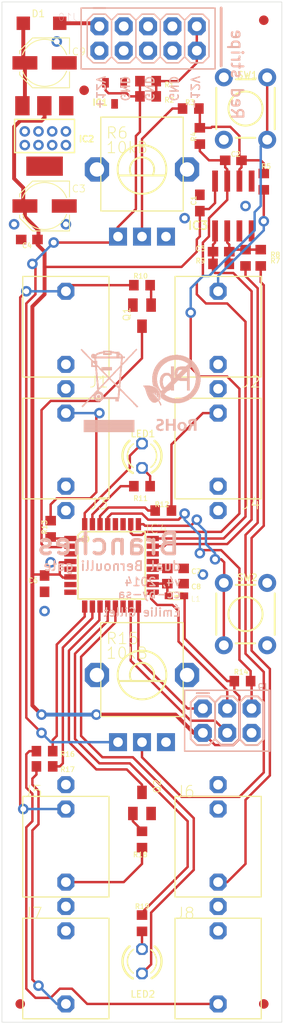
<source format=kicad_pcb>
(kicad_pcb (version 20211014) (generator pcbnew)
  (layers (0 "F.Cu" signal) (31 "B.Cu" signal) (34 "B.Paste" user) (35 "F.Paste" user) (36 "B.SilkS" user "B.Silkscreen") (37 "F.SilkS" user "F.Silkscreen") (38 "B.Mask" user) (39 "F.Mask" user) (44 "Edge.Cuts" user))
  (net 0 "")
  (net 1 "GND")
  (net 2 "VEE")
  (net 3 "N$29")
  (net 4 "RESET")
  (net 5 "N$1")
  (net 6 "GATE1_IN")
  (net 7 "N$2")
  (net 8 "GATE2_IN")
  (net 9 "+5V")
  (net 10 "N$9")
  (net 11 "N$10")
  (net 12 "N$34")
  (net 13 "N$35")
  (net 14 "N$36")
  (net 15 "AREF")
  (net 16 "MOSI")
  (net 17 "MISO")
  (net 18 "SCK")
  (net 19 "N$6")
  (net 20 "N$39")
  (net 21 "REF_-5")
  (net 22 "N$3")
  (net 23 "N$4")
  (net 24 "N$8")
  (net 25 "N$11")
  (net 26 "VCC")
  (net 27 "P1_CV")
  (net 28 "P2_CV")
  (net 29 "IN1")
  (net 30 "IN2")
  (net 31 "OUT1_A")
  (net 32 "OUT1_B")
  (net 33 "OUT2_A")
  (net 34 "OUT2_B")
  (net 35 "N$14")
  (net 36 "N$15")
  (net 37 "N$18")
  (net 38 "N$13")
  (net 39 "N$16")
  (net 40 "N$17")
  (net 41 "SW1")
  (net 42 "SW2")
  (footprint "branches_v40:WQP_PJ_301M6" (layer "F.Cu") (at 140.5736 99.12985)
    (fp_text reference "J3")
    (fp_text value "PJ301_THONKICONN6" hide)
  )
  (footprint "branches_v40:WQP_PJ_301M6" (layer "F.Cu") (at 140.5736 139.13485 180)
    (fp_text reference "J5")
    (fp_text value "PJ301_THONKICONN6" hide)
  )
  (footprint "branches_v40:R0603" (layer "F.Cu") (at 160.8936 78.49235 90)
    (fp_text reference "R8")
    (fp_text value "100k" hide)
  )
  (footprint "branches_v40:R0603" (layer "F.Cu") (at 138.3511 131.51485 180)
    (fp_text reference "R17")
    (fp_text value "1.0k")
  )
  (footprint "branches_v40:R0603" (layer "F.Cu") (at 159.3061 78.49235 90)
    (fp_text reference "R7")
    (fp_text value "100k")
  )
  (footprint "branches_v40:SOT23-BEC" (layer "F.Cu") (at 148.5111 135.32485)
    (fp_text reference "Q2")
    (fp_text value "MMBT3904")
  )
  (footprint "branches_v40:LED3MM" (layer "F.Cu") (at 148.5111 99.12985 90)
    (fp_text reference "LED1")
    (fp_text value "WP937EGW")
  )
  (footprint "branches_v40:R0603" (layer "F.Cu") (at 138.9861 106.74985 90)
    (fp_text reference "R13")
    (fp_text value "1.0k")
  )
  (footprint "branches_v40:R0603" (layer "F.Cu") (at 156.7661 79.12735 180)
    (fp_text reference "R9")
    (fp_text value "100k")
  )
  (footprint "branches_v40:PANASONIC_C" (layer "F.Cu") (at 138.3511 73.09485 180)
    (fp_text reference "C3")
    (fp_text value "22u")
  )
  (footprint "branches_v40:R0603" (layer "F.Cu") (at 148.5111 147.86605 90)
    (fp_text reference "R19")
    (fp_text value "220")
  )
  (footprint "branches_v40:DBZ_R-PDSO-G3" (layer "F.Cu") (at 145.6536 61.34735 180)
    (fp_text reference "IC1")
    (fp_text value "LM4040 5.0V")
  )
  (footprint "branches_v40:TACTILE-PTH" (layer "F.Cu") (at 159.3061 62.93485 90)
    (fp_text reference "SW1")
    (fp_text value "" hide)
  )
  (footprint "branches_v40:WQP_PJ_301M6" (layer "F.Cu") (at 140.5736 151.83485 180)
    (fp_text reference "J7")
    (fp_text value "PJ301_THONKICONN6" hide)
  )
  (footprint "branches_v40:WQP_PJ_301M6" (layer "F.Cu") (at 156.4486 151.83485 180)
    (fp_text reference "J8")
    (fp_text value "PJ301_THONKICONN6" hide)
  )
  (footprint "branches_v40:FIDUCIAL-1X2" (layer "F.Cu") (at 161.2111 156.27985 90)
    (fp_text reference "F4" hide)
    (fp_text value "FIDUCIAL1X2" hide)
  )
  (footprint "branches_v40:C0603" (layer "F.Cu") (at 136.7636 76.58735 180)
    (fp_text reference "C4")
    (fp_text value "100n")
  )
  (footprint "branches_v40:PANASONIC_C" (layer "F.Cu") (at 138.3511 58.17235 180)
    (fp_text reference "C9")
    (fp_text value "22u")
  )
  (footprint "branches_v40:ALPS_POT_VERTICAL_PS" (layer "F.Cu") (at 148.5111 121.98985 180)
    (fp_text reference "R15")
    (fp_text value "10kB")
  )
  (footprint "branches_v40:R0603" (layer "F.Cu") (at 148.5111 139.13485 -90)
    (fp_text reference "R18")
    (fp_text value "100k")
  )
  (footprint "branches_v40:0603" (layer "F.Cu") (at 152.0036 113.73485 180)
    (fp_text reference "L1")
    (fp_text value "")
  )
  (footprint "branches_v40:FIDUCIAL-1X2" (layer "F.Cu") (at 135.8111 156.27985 90)
    (fp_text reference "F3" hide)
    (fp_text value "FIDUCIAL1X2" hide)
  )
  (footprint "branches_v40:WQP_PJ_301M6" (layer "F.Cu") (at 156.4486 86.42985)
    (fp_text reference "J2")
    (fp_text value "PJ301_THONKICONN6" hide)
  )
  (footprint "branches_v40:R0603" (layer "F.Cu") (at 148.5111 81.34985 180)
    (fp_text reference "R10")
    (fp_text value "100k")
  )
  (footprint "branches_v40:C0603" (layer "F.Cu") (at 152.0036 112.46485)
    (fp_text reference "C8")
    (fp_text value "100n")
  )
  (footprint "branches_v40:SOT223" (layer "F.Cu") (at 138.3511 65.79235 180)
    (fp_text reference "IC2")
    (fp_text value "LM1117-5.0")
  )
  (footprint "branches_v40:TACTILE-PTH" (layer "F.Cu") (at 159.3061 115.63985 -90)
    (fp_text reference "SW2")
    (fp_text value "" hide)
  )
  (footprint "branches_v40:SO08" (layer "F.Cu") (at 158.0361 73.09485)
    (fp_text reference "IC3")
    (fp_text value "MCP6002")
  )
  (footprint "branches_v40:FIDUCIAL-1X2" (layer "F.Cu") (at 142.4786 61.02985 90)
    (fp_text reference "F2" hide)
    (fp_text value "FIDUCIAL1X2" hide)
  )
  (footprint "branches_v40:C0603" (layer "F.Cu") (at 158.0361 68.33235 180)
    (fp_text reference "C2")
    (fp_text value "1n")
  )
  (footprint "branches_v40:C0603" (layer "F.Cu") (at 138.3511 112.46485 -90)
    (fp_text reference "C6")
    (fp_text value "100n")
  )
  (footprint "branches_v40:R0603" (layer "F.Cu") (at 149.1461 61.66485 180)
    (fp_text reference "R2")
    (fp_text value "10k")
  )
  (footprint "branches_v40:R0603" (layer "F.Cu") (at 149.1461 60.07735 180)
    (fp_text reference "R1")
    (fp_text value "10k")
  )
  (footprint "branches_v40:WQP_PJ_301M6" (layer "F.Cu") (at 140.5736 86.42985)
    (fp_text reference "J1")
    (fp_text value "PJ301_THONKICONN6" hide)
  )
  (footprint "branches_v40:WQP_PJ_301M6" (layer "F.Cu") (at 156.4486 99.12985)
    (fp_text reference "J4")
    (fp_text value "PJ301_THONKICONN6" hide)
  )
  (footprint "branches_v40:TQFP32-08" (layer "F.Cu") (at 145.3361 110.55985)
    (fp_text reference "IC4")
    (fp_text value "ATMEGA88PA-AU")
  )
  (footprint "branches_v40:ALPS_POT_VERTICAL_PS" (layer "F.Cu") (at 148.5111 69.28485 180)
    (fp_text reference "R6")
    (fp_text value "10kB")
  )
  (footprint "branches_v40:SOT23-BEC" (layer "F.Cu") (at 148.5111 84.52485 180)
    (fp_text reference "Q1")
    (fp_text value "MMBT3904")
  )
  (footprint "branches_v40:C0603" (layer "F.Cu") (at 152.0036 110.87735)
    (fp_text reference "C7")
    (fp_text value "100n")
  )
  (footprint "branches_v40:R0603" (layer "F.Cu") (at 148.5111 102.30485)
    (fp_text reference "R11")
    (fp_text value "220")
  )
  (footprint "branches_v40:R0603" (layer "F.Cu") (at 153.5911 62.93485)
    (fp_text reference "R3")
    (fp_text value "100k")
  )
  (footprint "branches_v40:LED3MM" (layer "F.Cu") (at 148.5111 151.83485 90)
    (fp_text reference "LED2")
    (fp_text value "WP937EGW")
  )
  (footprint "branches_v40:C0603" (layer "F.Cu") (at 156.7661 77.85735 180)
    (fp_text reference "C5")
    (fp_text value "1n")
  )
  (footprint "branches_v40:R0603" (layer "F.Cu") (at 138.3511 129.92735 180)
    (fp_text reference "R16")
    (fp_text value "1.0k")
  )
  (footprint "branches_v40:R0603" (layer "F.Cu") (at 150.7336 104.84485)
    (fp_text reference "R12")
    (fp_text value "1.0k")
  )
  (footprint "branches_v40:SOD123" (layer "F.Cu") (at 138.0336 54.04485)
    (fp_text reference "D1")
    (fp_text value "1N5819HW")
  )
  (footprint "branches_v40:C0603" (layer "F.Cu") (at 154.5436 72.77735 90)
    (fp_text reference "C1")
    (fp_text value "100n")
  )
  (footprint "branches_v40:R0603" (layer "F.Cu") (at 161.2111 70.55485 90)
    (fp_text reference "R5")
    (fp_text value "100k")
  )
  (footprint "branches_v40:WQP_PJ_301M6" (layer "F.Cu") (at 156.4486 139.13485 180)
    (fp_text reference "J6")
    (fp_text value "PJ301_THONKICONN6" hide)
  )
  (footprint "branches_v40:FIDUCIAL-1X2" (layer "F.Cu") (at 161.2111 53.72735 90)
    (fp_text reference "F1" hide)
    (fp_text value "FIDUCIAL1X2" hide)
  )
  (footprint "branches_v40:R0603" (layer "F.Cu") (at 154.5436 65.79235 -90)
    (fp_text reference "R4")
    (fp_text value "100k")
  )
  (footprint "branches_v40:R0603" (layer "F.Cu") (at 158.9886 122.62485 180)
    (fp_text reference "R14")
    (fp_text value "10k")
  )
  (footprint "branches_v40:ROHS" (layer "B.Cu") (at 155.4961 97.22485 180)
    (fp_text reference "U$1" hide)
    (fp_text value "" hide)
  )
  (footprint "branches_v40:AVR_ICSP" (layer "B.Cu") (at 149.1461 55.63235 -90)
    (fp_text reference "J10")
    (fp_text value "M05X2PTH" hide)
  )
  (footprint "branches_v40:2X3" (layer "B.Cu") (at 154.8611 125.48235)
    (fp_text reference "J9")
    (fp_text value "")
  )
  (gr_line (start 156.766 58.48985) (end 156.7662 52.45735) (layer "B.SilkS") (width 0.3048))
  (gr_line (start 142.1611 58.80735) (end 156.1311 58.80735) (layer "B.SilkS") (width 0.1524))
  (gr_line (start 152.9561 129.92735) (end 161.8461 129.92735) (layer "B.SilkS") (width 0.1524))
  (gr_line (start 142.1611 52.45735) (end 142.1611 58.80735) (layer "B.SilkS") (width 0.1524))
  (gr_line (start 161.8461 129.92735) (end 161.8461 123.57735) (layer "B.SilkS") (width 0.1524))
  (gr_line (start 161.8461 123.57735) (end 152.9561 123.57735) (layer "B.SilkS") (width 0.1524))
  (gr_line (start 156.1311 52.45735) (end 142.1611 52.45735) (layer "B.SilkS") (width 0.1524))
  (gr_line (start 156.1311 58.80735) (end 156.1311 52.45735) (layer "B.SilkS") (width 0.1524))
  (gr_line (start 152.9561 123.57735) (end 152.9561 129.92735) (layer "B.SilkS") (width 0.1524))
  (gr_line (start 163.0961 51.82235) (end 133.9061 51.82235) (layer "Edge.Cuts") (width 0.05))
  (gr_line (start 133.9061 51.82235) (end 133.9061 158.18485) (layer "Edge.Cuts") (width 0.05))
  (gr_line (start 133.9061 158.18485) (end 163.0961 158.18485) (layer "Edge.Cuts") (width 0.05))
  (gr_line (start 163.0961 158.18485) (end 163.0961 51.82235) (layer "Edge.Cuts") (width 0.05))
  (gr_text "dual Bernoulli gate" (at 152.6386 111.19485) (layer "B.SilkS") (effects (font (size 0.97155 0.97155) (thickness 0.17145)) (justify left bottom mirror)))
  (gr_text "-12V" (at 154.5436 59.44245 -90) (layer "B.SilkS") (effects (font (size 0.8636 0.8636) (thickness 0.1524)) (justify right top mirror)))
  (gr_text "GND" (at 152.3211 59.44245 -90) (layer "B.SilkS") (effects (font (size 0.8636 0.8636) (thickness 0.1524)) (justify right top mirror)))
  (gr_text "GND" (at 149.7811 59.44245 -90) (layer "B.SilkS") (effects (font (size 0.8636 0.8636) (thickness 0.1524)) (justify right top mirror)))
  (gr_text "cc-by-sa" (at 152.6386 114.05235) (layer "B.SilkS") (effects (font (size 0.8636 0.8636) (thickness 0.1524)) (justify left bottom mirror)))
  (gr_text "Émilie Gillet" (at 152.6386 115.95735) (layer "B.SilkS") (effects (font (size 0.8636 0.8636) (thickness 0.1524)) (justify left bottom mirror)))
  (gr_text "Branches" (at 152.6386 109.60735) (layer "B.SilkS") (effects (font (size 2.159 2.159) (thickness 0.381)) (justify left bottom mirror)))
  (gr_text "v4, 2014" (at 152.6386 112.78235) (layer "B.SilkS") (effects (font (size 0.8636 0.8636) (thickness 0.1524)) (justify left bottom mirror)))
  (gr_text "+12V" (at 144.7011 59.44245 -90) (layer "B.SilkS") (effects (font (size 0.8636 0.8636) (thickness 0.1524)) (justify right top mirror)))
  (gr_text "GND" (at 147.2411 59.44245 -90) (layer "B.SilkS") (effects (font (size 0.8636 0.8636) (thickness 0.1524)) (justify right top mirror)))
  (gr_text "Red stripe" (at 157.7186 64.20475 -90) (layer "B.SilkS") (effects (font (size 1.20904 1.20904) (thickness 0.21336)) (justify left bottom mirror)))
  (via (at 138.9861 110.24235) (size 1.108) (drill 0.6) (layers "F.Cu" "B.Cu") (net 1))
  (via (at 137.716 65.31605) (size 1.108) (drill 0.6) (layers "F.Cu" "B.Cu") (net 1))
  (via (at 138.3511 115.32235) (size 1.108) (drill 0.6) (layers "F.Cu" "B.Cu") (net 1))
  (via (at 139.1449 66.74485) (size 1.108) (drill 0.6) (layers "F.Cu" "B.Cu") (net 1))
  (via (at 137.716 66.74485) (size 1.108) (drill 0.6) (layers "F.Cu" "B.Cu") (net 1))
  (via (at 139.6211 55.94985) (size 1.108) (drill 0.6) (layers "F.Cu" "B.Cu") (net 1))
  (via (at 140.5736 66.74485) (size 1.108) (drill 0.6) (layers "F.Cu" "B.Cu") (net 1))
  (via (at 140.5736 65.31615) (size 1.108) (drill 0.6) (layers "F.Cu" "B.Cu") (net 1))
  (via (at 140.5736 74.99985) (size 1.108) (drill 0.6) (layers "F.Cu" "B.Cu") (net 1))
  (via (at 139.1449 65.31605) (size 1.108) (drill 0.6) (layers "F.Cu" "B.Cu") (net 1))
  (via (at 136.2873 65.31615) (size 1.108) (drill 0.6) (layers "F.Cu" "B.Cu") (net 1))
  (via (at 152.9561 74.36485) (size 1.108) (drill 0.6) (layers "F.Cu" "B.Cu") (net 1))
  (via (at 136.2874 66.74485) (size 1.108) (drill 0.6) (layers "F.Cu" "B.Cu") (net 1))
  (via (at 154.8611 111.51235) (size 1.108) (drill 0.6) (layers "F.Cu" "B.Cu") (net 1))
  (via (at 159.3061 73.09485) (size 1.108) (drill 0.6) (layers "F.Cu" "B.Cu") (net 1))
  (via (at 135.1761 74.99985) (size 1.108) (drill 0.6) (layers "F.Cu" "B.Cu") (net 1))
  (segment (start 152.3211 60.07735) (end 154.2261 58.17235) (width 0.254) (layer "F.Cu") (net 2))
  (segment (start 149.9961 60.07735) (end 149.9961 61.66485) (width 0.254) (layer "F.Cu") (net 2))
  (segment (start 154.2261 56.90235) (end 154.2261 54.36235) (width 0.254) (layer "F.Cu") (net 2))
  (segment (start 154.2261 58.17235) (end 154.2261 56.90235) (width 0.254) (layer "F.Cu") (net 2))
  (segment (start 149.9961 60.07735) (end 152.3211 60.07735) (width 0.254) (layer "F.Cu") (net 2))
  (segment (start 154.5436 63.03735) (end 154.4411 62.93485) (width 0.254) (layer "F.Cu") (net 3))
  (segment (start 161.2111 68.64985) (end 161.2111 69.70485) (width 0.254) (layer "F.Cu") (net 3))
  (segment (start 155.7111 64.94235) (end 154.5436 64.94235) (width 0.254) (layer "F.Cu") (net 3))
  (segment (start 158.8861 68.33235) (end 158.6711 68.11735) (width 0.254) (layer "F.Cu") (net 3))
  (segment (start 158.6711 69.28485) (end 158.8861 69.06985) (width 0.254) (layer "F.Cu") (net 3))
  (segment (start 158.6711 70.49485) (end 158.6711 69.28485) (width 0.254) (layer "F.Cu") (net 3))
  (segment (start 158.8861 68.33235) (end 160.8936 68.33235) (width 0.254) (layer "F.Cu") (net 3))
  (segment (start 158.8861 69.06985) (end 158.8861 68.33235) (width 0.254) (layer "F.Cu") (net 3))
  (segment (start 160.8936 68.33235) (end 161.2111 68.64985) (width 0.254) (layer "F.Cu") (net 3))
  (segment (start 157.7186 64.83985) (end 155.8136 64.83985) (width 0.254) (layer "F.Cu") (net 3))
  (segment (start 158.6711 68.11735) (end 158.6711 65.79235) (width 0.254) (layer "F.Cu") (net 3))
  (segment (start 158.6711 65.79235) (end 157.7186 64.83985) (width 0.254) (layer "F.Cu") (net 3))
  (segment (start 154.5436 64.94235) (end 154.5436 63.03735) (width 0.254) (layer "F.Cu") (net 3))
  (segment (start 155.8136 64.83985) (end 155.7111 64.94235) (width 0.254) (layer "F.Cu") (net 3))
  (segment (start 152.3211 105.79735) (end 149.1461 105.79735) (width 0.254) (layer "F.Cu") (net 4))
  (segment (start 159.9411 122.72735) (end 159.8386 122.62485) (width 0.254) (layer "F.Cu") (net 4))
  (segment (start 158.6711 110.87735) (end 156.7661 108.97235) (width 0.254) (layer "F.Cu") (net 4))
  (segment (start 144.9361 105.56235) (end 144.9361 106.26725) (width 0.254) (layer "F.Cu") (net 4))
  (segment (start 154.8611 108.97235) (end 154.5436 109.28985) (width 0.254) (layer "F.Cu") (net 4))
  (segment (start 158.6711 120.40235) (end 158.6711 110.87735) (width 0.254) (layer "F.Cu") (net 4))
  (segment (start 148.5111 105.16235) (end 145.3361 105.16235) (width 0.254) (layer "F.Cu") (net 4))
  (segment (start 159.9411 125.48235) (end 159.9411 122.72735) (width 0.254) (layer "F.Cu") (net 4))
  (segment (start 156.7661 108.97235) (end 154.8611 108.97235) (width 0.254) (layer "F.Cu") (net 4))
  (segment (start 159.8386 121.56985) (end 158.6711 120.40235) (width 0.254) (layer "F.Cu") (net 4))
  (segment (start 159.8386 122.62485) (end 159.8386 121.56985) (width 0.254) (layer "F.Cu") (net 4))
  (segment (start 152.9561 105.16235) (end 152.3211 105.79735) (width 0.254) (layer "F.Cu") (net 4))
  (segment (start 149.1461 105.79735) (end 148.5111 105.16235) (width 0.254) (layer "F.Cu") (net 4))
  (segment (start 145.3361 105.16235) (end 144.9361 105.56235) (width 0.254) (layer "F.Cu") (net 4))
  (via (at 154.5436 109.28985) (size 1.108) (drill 0.6) (layers "F.Cu" "B.Cu") (net 4))
  (via (at 152.9561 105.16235) (size 1.108) (drill 0.6) (layers "F.Cu" "B.Cu") (net 4))
  (segment (start 154.5436 107.38485) (end 152.9561 105.79735) (width 0.254) (layer "B.Cu") (net 4))
  (segment (start 154.5436 109.28985) (end 154.5436 107.38485) (width 0.254) (layer "B.Cu") (net 4))
  (segment (start 152.9561 105.79735) (end 152.9561 105.16235) (width 0.254) (layer "B.Cu") (net 4))
  (segment (start 149.4611 81.44985) (end 149.3611 81.34985) (width 0.254) (layer "F.Cu") (net 5))
  (segment (start 149.4611 83.42485) (end 149.4611 81.44985) (width 0.254) (layer "F.Cu") (net 5))
  (segment (start 135.8111 135.64235) (end 135.8111 82.61985) (width 0.254) (layer "F.Cu") (net 6))
  (segment (start 135.8111 82.61985) (end 136.4461 81.98485) (width 0.254) (layer "F.Cu") (net 6))
  (segment (start 136.1286 135.95985) (end 135.8111 135.64235) (width 0.254) (layer "F.Cu") (net 6))
  (segment (start 140.5736 81.98485) (end 141.2086 81.34985) (width 0.254) (layer "F.Cu") (net 6))
  (segment (start 141.2086 81.34985) (end 147.6611 81.34985) (width 0.254) (layer "F.Cu") (net 6))
  (via (at 136.4461 81.98485) (size 1.108) (drill 0.6) (layers "F.Cu" "B.Cu") (net 6))
  (via (at 136.1286 135.95985) (size 1.108) (drill 0.6) (layers "F.Cu" "B.Cu") (net 6))
  (segment (start 136.4461 81.98485) (end 140.5736 81.98485) (width 0.254) (layer "B.Cu") (net 6))
  (segment (start 136.1286 135.95985) (end 140.5736 135.95985) (width 0.254) (layer "B.Cu") (net 6))
  (segment (start 148.5111 138.18235) (end 147.5586 137.22985) (width 0.254) (layer "F.Cu") (net 7))
  (segment (start 147.5586 137.22985) (end 147.5586 136.42735) (width 0.254) (layer "F.Cu") (net 7))
  (segment (start 147.5586 136.42735) (end 147.5611 136.42485) (width 0.254) (layer "F.Cu") (net 7))
  (segment (start 148.5111 138.28485) (end 148.5111 138.18235) (width 0.254) (layer "F.Cu") (net 7))
  (segment (start 148.5111 139.98485) (end 148.4086 139.98485) (width 0.254) (layer "F.Cu") (net 8))
  (segment (start 148.5111 141.67485) (end 148.5111 139.98485) (width 0.254) (layer "F.Cu") (net 8))
  (segment (start 140.5736 143.57985) (end 146.6061 143.57985) (width 0.254) (layer "F.Cu") (net 8))
  (segment (start 146.6061 143.57985) (end 148.5111 141.67485) (width 0.254) (layer "F.Cu") (net 8))
  (segment (start 156.1311 129.29235) (end 158.0361 129.29235) (width 0.254) (layer "F.Cu") (net 9))
  (segment (start 138.0336 126.11735) (end 137.0811 125.16485) (width 0.4064) (layer "F.Cu") (net 9))
  (segment (start 137.0811 125.16485) (end 137.0811 111.51235) (width 0.4064) (layer "F.Cu") (net 9))
  (segment (start 143.7486 126.11735) (end 152.0036 126.11735) (width 0.4064) (layer "F.Cu") (net 9))
  (segment (start 157.4011 122.62485) (end 152.9561 118.17985) (width 0.254) (layer "F.Cu") (net 9))
  (segment (start 137.0811 111.51235) (end 138.4536 111.51235) (width 0.254) (layer "F.Cu") (net 9))
  (segment (start 152.9561 113.78735) (end 152.9036 113.73485) (width 0.254) (layer "F.Cu") (net 9))
  (segment (start 138.0336 64.20485) (end 138.3511 63.88735) (width 0.4064) (layer "F.Cu") (net 9))
  (segment (start 158.0361 129.29235) (end 158.6711 128.65735) (width 0.254) (layer "F.Cu") (net 9))
  (segment (start 140.2561 111.82985) (end 140.9735 111.82985) (width 0.254) (layer "F.Cu") (net 9))
  (segment (start 153.9086 128.02235) (end 154.8611 128.02235) (width 0.4064) (layer "F.Cu") (net 9))
  (segment (start 138.3511 62.66815) (end 138.3257 62.64275) (width 0.4064) (layer "F.Cu") (net 9))
  (segment (start 138.4536 111.51235) (end 138.3511 111.61485) (width 0.254) (layer "F.Cu") (net 9))
  (segment (start 138.3511 63.88735) (end 138.3511 62.66815) (width 0.4064) (layer "F.Cu") (net 9))
  (segment (start 152.9561 118.17985) (end 152.9561 113.78735) (width 0.254) (layer "F.Cu") (net 9))
  (segment (start 155.4961 73.41235) (end 156.1311 72.77735) (width 0.254) (layer "F.Cu") (net 9))
  (segment (start 139.9386 110.24235) (end 140.961 110.24235) (width 0.254) (layer "F.Cu") (net 9))
  (segment (start 154.5436 73.62735) (end 154.7586 73.41235) (width 0.254) (layer "F.Cu") (net 9))
  (segment (start 138.4536 111.51235) (end 139.9386 111.51235) (width 0.254) (layer "F.Cu") (net 9))
  (segment (start 154.2261 77.85735) (end 154.2261 76.58735) (width 0.254) (layer "F.Cu") (net 9))
  (segment (start 137.0811 111.51235) (end 137.0811 83.57235) (width 0.4064) (layer "F.Cu") (net 9))
  (segment (start 152.6386 79.44485) (end 154.2261 77.85735) (width 0.254) (layer "F.Cu") (net 9))
  (segment (start 136.3011 74.21985) (end 136.3011 73.09485) (width 0.4064) (layer "F.Cu") (net 9))
  (segment (start 138.3511 82.30235) (end 138.3511 79.44485) (width 0.4064) (layer "F.Cu") (net 9))
  (segment (start 136.1286 71.18985) (end 135.1761 70.23735) (width 0.4064) (layer "F.Cu") (net 9))
  (segment (start 138.3511 77.85735) (end 137.6136 77.11985) (width 0.4064) (layer "F.Cu") (net 9))
  (segment (start 140.961 110.24235) (end 141.0435 110.15985) (width 0.254) (layer "F.Cu") (net 9))
  (segment (start 158.1386 122.62485) (end 157.4011 122.62485) (width 0.254) (layer "F.Cu") (net 9))
  (segment (start 136.3011 73.09485) (end 136.1286 72.92235) (width 0.4064) (layer "F.Cu") (net 9))
  (segment (start 136.3011 73.09485) (end 136.2311 73.16485) (width 0.4064) (layer "F.Cu") (net 9))
  (segment (start 137.7161 76.48485) (end 137.7161 75.63485) (width 0.4064) (layer "F.Cu") (net 9))
  (segment (start 138.3511 79.44485) (end 138.3511 77.85735) (width 0.4064) (layer "F.Cu") (net 9))
  (segment (start 137.6136 77.11985) (end 137.6136 76.58735) (width 0.4064) (layer "F.Cu") (net 9))
  (segment (start 154.8611 128.02235) (end 156.1311 129.29235) (width 0.254) (layer "F.Cu") (net 9))
  (segment (start 156.1311 72.77735) (end 156.1311 70.49485) (width 0.254) (layer "F.Cu") (net 9))
  (segment (start 154.7586 73.41235) (end 155.4961 73.41235) (width 0.254) (layer "F.Cu") (net 9))
  (segment (start 139.9386 111.51235) (end 140.2561 111.82985) (width 0.254) (layer "F.Cu") (net 9))
  (segment (start 137.7161 75.63485) (end 136.3011 74.21985) (width 0.4064) (layer "F.Cu") (net 9))
  (segment (start 152.0036 126.11735) (end 153.9086 128.02235) (width 0.4064) (layer "F.Cu") (net 9))
  (segment (start 158.6711 128.65735) (end 158.6711 124.21235) (width 0.254) (layer "F.Cu") (net 9))
  (segment (start 136.1286 72.92235) (end 136.1286 71.18985) (width 0.4064) (layer "F.Cu") (net 9))
  (segment (start 140.9735 111.82985) (end 141.0435 111.75985) (width 0.254) (layer "F.Cu") (net 9))
  (segment (start 154.2261 76.58735) (end 154.5436 76.26985) (width 0.254) (layer "F.Cu") (net 9))
  (segment (start 158.6711 124.21235) (end 158.1386 123.67985) (width 0.254) (layer "F.Cu") (net 9))
  (segment (start 154.5436 76.26985) (end 154.5436 73.62735) (width 0.254) (layer "F.Cu") (net 9))
  (segment (start 135.1761 70.23735) (end 135.1761 64.83985) (width 0.4064) (layer "F.Cu") (net 9))
  (segment (start 138.3511 79.44485) (end 152.6386 79.44485) (width 0.254) (layer "F.Cu") (net 9))
  (segment (start 135.8111 64.20485) (end 138.0336 64.20485) (width 0.4064) (layer "F.Cu") (net 9))
  (segment (start 137.6136 76.58735) (end 137.7161 76.48485) (width 0.4064) (layer "F.Cu") (net 9))
  (segment (start 139.9386 111.51235) (end 139.9386 110.24235) (width 0.254) (layer "F.Cu") (net 9))
  (segment (start 137.0811 83.57235) (end 138.3511 82.30235) (width 0.4064) (layer "F.Cu") (net 9))
  (segment (start 158.1386 123.67985) (end 158.1386 122.62485) (width 0.254) (layer "F.Cu") (net 9))
  (segment (start 135.1761 64.83985) (end 135.8111 64.20485) (width 0.4064) (layer "F.Cu") (net 9))
  (via (at 143.7486 126.11735) (size 1.108) (drill 0.6) (layers "F.Cu" "B.Cu") (net 9))
  (via (at 138.0336 126.11735) (size 1.108) (drill 0.6) (layers "F.Cu" "B.Cu") (net 9))
  (segment (start 138.0336 126.11735) (end 143.7486 126.11735) (width 0.4064) (layer "B.Cu") (net 9))
  (segment (start 151.6861 62.93485) (end 152.7411 62.93485) (width 0.254) (layer "F.Cu") (net 10))
  (segment (start 148.5111 66.10985) (end 151.6861 62.93485) (width 0.254) (layer "F.Cu") (net 10))
  (segment (start 148.5111 76.28485) (end 148.5111 66.10985) (width 0.254) (layer "F.Cu") (net 10))
  (segment (start 161.2111 74.68235) (end 161.2111 71.40485) (width 0.254) (layer "F.Cu") (net 11))
  (via (at 161.2111 74.68235) (size 1.108) (drill 0.6) (layers "F.Cu" "B.Cu") (net 11))
  (segment (start 156.4486 81.98485) (end 156.4486 80.39735) (width 0.254) (layer "B.Cu") (net 11))
  (segment (start 161.2111 75.63485) (end 161.2111 74.68235) (width 0.254) (layer "B.Cu") (net 11))
  (segment (start 156.4486 80.39735) (end 161.2111 75.63485) (width 0.254) (layer "B.Cu") (net 11))
  (segment (start 143.7486 95.00235) (end 144.0661 94.68485) (width 0.254) (layer "F.Cu") (net 12))
  (segment (start 143.7486 102.93985) (end 143.7486 95.00235) (width 0.254) (layer "F.Cu") (net 12))
  (segment (start 138.9861 105.89985) (end 138.9861 104.20985) (width 0.254) (layer "F.Cu") (net 12))
  (segment (start 139.6211 103.57485) (end 143.1136 103.57485) (width 0.254) (layer "F.Cu") (net 12))
  (segment (start 138.9861 104.20985) (end 139.6211 103.57485) (width 0.254) (layer "F.Cu") (net 12))
  (segment (start 143.1136 103.57485) (end 143.7486 102.93985) (width 0.254) (layer "F.Cu") (net 12))
  (via (at 144.0661 94.68485) (size 1.108) (drill 0.6) (layers "F.Cu" "B.Cu") (net 12))
  (segment (start 144.0661 94.68485) (end 140.5736 94.68485) (width 0.254) (layer "B.Cu") (net 12))
  (segment (start 154.8611 94.68485) (end 156.4486 94.68485) (width 0.254) (layer "F.Cu") (net 13))
  (segment (start 151.5836 104.84485) (end 151.5836 97.96235) (width 0.254) (layer "F.Cu") (net 13))
  (segment (start 151.5836 97.96235) (end 154.8611 94.68485) (width 0.254) (layer "F.Cu") (net 13))
  (segment (start 137.5011 132.36485) (end 137.5011 131.51485) (width 0.254) (layer "F.Cu") (net 14))
  (segment (start 137.0811 133.41985) (end 137.0811 132.78485) (width 0.254) (layer "F.Cu") (net 14))
  (segment (start 137.7161 137.54735) (end 137.7161 134.05485) (width 0.254) (layer "F.Cu") (net 14))
  (segment (start 137.0811 153.73985) (end 137.0811 138.81735) (width 0.254) (layer "F.Cu") (net 14))
  (segment (start 137.0811 138.18235) (end 137.7161 137.54735) (width 0.254) (layer "F.Cu") (net 14))
  (segment (start 137.0811 138.81735) (end 137.0811 138.18235) (width 0.254) (layer "F.Cu") (net 14))
  (segment (start 137.7161 134.05485) (end 137.0811 133.41985) (width 0.254) (layer "F.Cu") (net 14))
  (segment (start 137.7161 154.37485) (end 137.0811 153.73985) (width 0.254) (layer "F.Cu") (net 14))
  (segment (start 137.5011 131.51485) (end 137.7161 131.72985) (width 0.254) (layer "F.Cu") (net 14))
  (segment (start 137.0811 132.78485) (end 137.5011 132.36485) (width 0.254) (layer "F.Cu") (net 14))
  (via (at 137.7161 154.37485) (size 1.108) (drill 0.6) (layers "F.Cu" "B.Cu") (net 14))
  (segment (start 140.5736 156.27985) (end 139.6211 156.27985) (width 0.254) (layer "B.Cu") (net 14))
  (segment (start 139.6211 156.27985) (end 137.7161 154.37485) (width 0.254) (layer "B.Cu") (net 14))
  (segment (start 149.7112 110.87735) (end 149.6287 110.95985) (width 0.254) (layer "F.Cu") (net 15))
  (segment (start 151.1536 110.87735) (end 149.7112 110.87735) (width 0.254) (layer "F.Cu") (net 15))
  (segment (start 153.5911 126.75235) (end 156.1311 126.75235) (width 0.254) (layer "F.Cu") (net 16))
  (segment (start 156.1311 126.75235) (end 157.4011 128.02235) (width 0.254) (layer "F.Cu") (net 16))
  (segment (start 147.3361 120.49735) (end 147.3361 114.85245) (width 0.254) (layer "F.Cu") (net 16))
  (segment (start 147.3361 114.85245) (end 147.2411 114.94745) (width 0.254) (layer "F.Cu") (net 16))
  (segment (start 147.3361 120.49735) (end 153.5911 126.75235) (width 0.254) (layer "F.Cu") (net 16))
  (segment (start 148.1361 120.34485) (end 153.2736 125.48235) (width 0.254) (layer "F.Cu") (net 17))
  (segment (start 153.2736 125.48235) (end 154.8611 125.48235) (width 0.254) (layer "F.Cu") (net 17))
  (segment (start 148.1361 114.85245) (end 148.3012 114.68735) (width 0.254) (layer "F.Cu") (net 17))
  (segment (start 148.1361 120.34485) (end 148.1361 114.85245) (width 0.254) (layer "F.Cu") (net 17))
  (segment (start 151.6861 114.68735) (end 150.0986 114.68735) (width 0.254) (layer "F.Cu") (net 18))
  (segment (start 149.4636 113.52495) (end 149.6287 113.35985) (width 0.254) (layer "F.Cu") (net 18))
  (segment (start 157.4011 123.57735) (end 152.3211 118.49735) (width 0.254) (layer "F.Cu") (net 18))
  (segment (start 152.3211 115.32235) (end 151.6861 114.68735) (width 0.254) (layer "F.Cu") (net 18))
  (segment (start 152.3211 118.49735) (end 152.3211 115.32235) (width 0.254) (layer "F.Cu") (net 18))
  (segment (start 150.0986 114.68735) (end 149.4636 114.05235) (width 0.254) (layer "F.Cu") (net 18))
  (segment (start 157.4011 125.48235) (end 157.4011 123.57735) (width 0.254) (layer "F.Cu") (net 18))
  (segment (start 149.4636 114.05235) (end 149.4636 113.52495) (width 0.254) (layer "F.Cu") (net 18))
  (segment (start 138.9861 155.64485) (end 139.9386 154.69235) (width 0.254) (layer "F.Cu") (net 19))
  (segment (start 136.4461 130.24485) (end 136.7636 129.92735) (width 0.254) (layer "F.Cu") (net 19))
  (segment (start 141.2086 154.69235) (end 142.7961 156.27985) (width 0.254) (layer "F.Cu") (net 19))
  (segment (start 136.4461 137.86485) (end 137.0811 137.22985) (width 0.254) (layer "F.Cu") (net 19))
  (segment (start 142.7961 156.27985) (end 156.4486 156.27985) (width 0.254) (layer "F.Cu") (net 19))
  (segment (start 136.7636 129.92735) (end 137.5011 129.92735) (width 0.254) (layer "F.Cu") (net 19))
  (segment (start 139.9386 154.69235) (end 141.2086 154.69235) (width 0.254) (layer "F.Cu") (net 19))
  (segment (start 137.0811 137.22985) (end 137.0811 134.37235) (width 0.254) (layer "F.Cu") (net 19))
  (segment (start 137.3986 155.64485) (end 138.9861 155.64485) (width 0.254) (layer "F.Cu") (net 19))
  (segment (start 136.4461 133.73735) (end 136.4461 130.24485) (width 0.254) (layer "F.Cu") (net 19))
  (segment (start 137.0811 134.37235) (end 136.4461 133.73735) (width 0.254) (layer "F.Cu") (net 19))
  (segment (start 137.3986 155.64485) (end 136.4461 154.69235) (width 0.254) (layer "F.Cu") (net 19))
  (segment (start 136.4461 154.69235) (end 136.4461 137.86485) (width 0.254) (layer "F.Cu") (net 19))
  (segment (start 149.6287 112.55985) (end 149.7237 112.46485) (width 0.254) (layer "F.Cu") (net 20))
  (segment (start 149.7237 112.46485) (end 151.1536 112.46485) (width 0.254) (layer "F.Cu") (net 20))
  (segment (start 151.1536 113.58485) (end 151.3036 113.73485) (width 0.254) (layer "F.Cu") (net 20))
  (segment (start 151.1536 112.46485) (end 151.1536 113.58485) (width 0.254) (layer "F.Cu") (net 20))
  (segment (start 146.9236 61.34735) (end 145.0186 61.34735) (width 0.254) (layer "F.Cu") (net 21))
  (segment (start 144.7011 60.24985) (end 144.7036 60.24735) (width 0.254) (layer "F.Cu") (net 21))
  (segment (start 145.9711 76.24485) (end 145.9711 75.31735) (width 0.254) (layer "F.Cu") (net 21))
  (segment (start 147.8761 73.41235) (end 147.8761 65.79235) (width 0.254) (layer "F.Cu") (net 21))
  (segment (start 136.4461 83.25485) (end 137.3986 82.30235) (width 0.254) (layer "F.Cu") (net 21))
  (segment (start 145.9711 76.24485) (end 146.0111 76.28485) (width 0.254) (layer "F.Cu") (net 21))
  (segment (start 137.3986 79.44485) (end 137.0811 79.12735) (width 0.254) (layer "F.Cu") (net 21))
  (segment (start 145.0186 61.34735) (end 144.7011 61.02985) (width 0.254) (layer "F.Cu") (net 21))
  (segment (start 137.3986 82.30235) (end 137.3986 79.44485) (width 0.254) (layer "F.Cu") (net 21))
  (segment (start 145.3111 76.90485) (end 145.9711 76.24485) (width 0.254) (layer "F.Cu") (net 21))
  (segment (start 147.8761 65.79235) (end 148.2961 65.37235) (width 0.254) (layer "F.Cu") (net 21))
  (segment (start 139.3036 76.90485) (end 145.3111 76.90485) (width 0.254) (layer "F.Cu") (net 21))
  (segment (start 148.2961 61.66485) (end 148.2961 60.07735) (width 0.254) (layer "F.Cu") (net 21))
  (segment (start 145.9711 75.31735) (end 147.8761 73.41235) (width 0.254) (layer "F.Cu") (net 21))
  (segment (start 147.2411 61.66485) (end 146.9236 61.34735) (width 0.254) (layer "F.Cu") (net 21))
  (segment (start 136.4461 126.43485) (end 136.4461 83.25485) (width 0.254) (layer "F.Cu") (net 21))
  (segment (start 144.7011 61.02985) (end 144.7011 60.24985) (width 0.254) (layer "F.Cu") (net 21))
  (segment (start 148.2961 65.37235) (end 148.2961 61.66485) (width 0.254) (layer "F.Cu") (net 21))
  (segment (start 148.2961 61.66485) (end 147.2411 61.66485) (width 0.254) (layer "F.Cu") (net 21))
  (segment (start 138.0336 128.02235) (end 136.4461 126.43485) (width 0.254) (layer "F.Cu") (net 21))
  (via (at 139.3036 76.90485) (size 1.108) (drill 0.6) (layers "F.Cu" "B.Cu") (net 21))
  (via (at 138.0336 128.02235) (size 1.108) (drill 0.6) (layers "F.Cu" "B.Cu") (net 21))
  (via (at 137.0811 79.12735) (size 1.108) (drill 0.6) (layers "F.Cu" "B.Cu") (net 21))
  (segment (start 138.0336 128.02235) (end 139.0011 128.98985) (width 0.254) (layer "B.Cu") (net 21))
  (segment (start 146.0111 76.28485) (end 145.9961 76.26985) (width 0.254) (layer "B.Cu") (net 21))
  (segment (start 137.0811 79.12735) (end 139.3036 76.90485) (width 0.254) (layer "B.Cu") (net 21))
  (segment (start 139.0011 128.98985) (end 146.0111 128.98985) (width 0.254) (layer "B.Cu") (net 21))
  (segment (start 143.7486 54.04485) (end 144.0661 54.36235) (width 0.4064) (layer "F.Cu") (net 22))
  (segment (start 139.9336 54.04485) (end 143.7486 54.04485) (width 0.4064) (layer "F.Cu") (net 22))
  (segment (start 159.3061 77.64235) (end 160.8936 77.64235) (width 0.254) (layer "F.Cu") (net 23))
  (segment (start 157.8311 77.64235) (end 159.3061 77.64235) (width 0.254) (layer "F.Cu") (net 23))
  (segment (start 157.6161 77.85735) (end 157.6161 77.11985) (width 0.254) (layer "F.Cu") (net 23))
  (segment (start 157.6161 77.11985) (end 157.4011 76.90485) (width 0.254) (layer "F.Cu") (net 23))
  (segment (start 157.6161 77.85735) (end 157.6161 79.12735) (width 0.254) (layer "F.Cu") (net 23))
  (segment (start 157.6161 77.85735) (end 157.8311 77.64235) (width 0.254) (layer "F.Cu") (net 23))
  (segment (start 157.4011 76.90485) (end 157.4011 75.69485) (width 0.254) (layer "F.Cu") (net 23))
  (segment (start 159.3061 107.38485) (end 160.5761 106.11485) (width 0.254) (layer "F.Cu") (net 24))
  (segment (start 148.5111 130.56235) (end 152.6386 134.68985) (width 0.254) (layer "F.Cu") (net 24))
  (segment (start 152.6386 134.68985) (end 158.6711 134.68985) (width 0.254) (layer "F.Cu") (net 24))
  (segment (start 148.5111 130.56235) (end 148.5111 128.98985) (width 0.254) (layer "F.Cu") (net 24))
  (segment (start 159.3061 80.39735) (end 159.3061 79.34235) (width 0.254) (layer "F.Cu") (net 24))
  (segment (start 161.2111 121.67235) (end 159.3061 119.76735) (width 0.254) (layer "F.Cu") (net 24))
  (segment (start 161.2111 132.14985) (end 161.2111 121.67235) (width 0.254) (layer "F.Cu") (net 24))
  (segment (start 160.5761 106.11485) (end 160.5761 81.66735) (width 0.254) (layer "F.Cu") (net 24))
  (segment (start 160.5761 81.66735) (end 159.3061 80.39735) (width 0.254) (layer "F.Cu") (net 24))
  (segment (start 158.6711 134.68985) (end 161.2111 132.14985) (width 0.254) (layer "F.Cu") (net 24))
  (segment (start 159.3061 119.76735) (end 159.3061 107.38485) (width 0.254) (layer "F.Cu") (net 24))
  (segment (start 159.3061 141.67485) (end 159.3061 135.00735) (width 0.254) (layer "F.Cu") (net 25))
  (segment (start 161.2111 106.43235) (end 161.2111 81.34985) (width 0.254) (layer "F.Cu") (net 25))
  (segment (start 160.8936 81.03235) (end 160.8936 79.34235) (width 0.254) (layer "F.Cu") (net 25))
  (segment (start 161.2111 81.34985) (end 160.8936 81.03235) (width 0.254) (layer "F.Cu") (net 25))
  (segment (start 159.9411 119.44985) (end 159.9411 107.70235) (width 0.254) (layer "F.Cu") (net 25))
  (segment (start 156.4486 143.57985) (end 157.4011 143.57985) (width 0.254) (layer "F.Cu") (net 25))
  (segment (start 159.9411 107.70235) (end 161.2111 106.43235) (width 0.254) (layer "F.Cu") (net 25))
  (segment (start 159.3061 135.00735) (end 161.8461 132.46735) (width 0.254) (layer "F.Cu") (net 25))
  (segment (start 161.8461 132.46735) (end 161.8461 121.35485) (width 0.254) (layer "F.Cu") (net 25))
  (segment (start 157.4011 143.57985) (end 159.3061 141.67485) (width 0.254) (layer "F.Cu") (net 25))
  (segment (start 161.8461 121.35485) (end 159.9411 119.44985) (width 0.254) (layer "F.Cu") (net 25))
  (segment (start 136.0397 62.64275) (end 136.3011 62.38135) (width 0.4064) (layer "F.Cu") (net 26))
  (segment (start 136.1336 54.04485) (end 136.3572 54.26845) (width 0.4064) (layer "F.Cu") (net 26))
  (segment (start 136.3011 62.38135) (end 136.3011 58.17235) (width 0.4064) (layer "F.Cu") (net 26))
  (segment (start 136.3011 58.17235) (end 136.1336 58.00485) (width 0.4064) (layer "F.Cu") (net 26))
  (segment (start 136.1336 58.00485) (end 136.1336 54.04485) (width 0.4064) (layer "F.Cu") (net 26))
  (segment (start 154.8611 80.39735) (end 154.8611 76.90485) (width 0.254) (layer "F.Cu") (net 27))
  (segment (start 154.8611 76.90485) (end 155.4961 76.26985) (width 0.254) (layer "F.Cu") (net 27))
  (segment (start 157.4011 70.49485) (end 157.4011 69.28485) (width 0.254) (layer "F.Cu") (net 27))
  (segment (start 157.4011 72.45985) (end 157.4011 70.49485) (width 0.254) (layer "F.Cu") (net 27))
  (segment (start 149.6287 107.75985) (end 157.0261 107.75985) (width 0.254) (layer "F.Cu") (net 27))
  (segment (start 155.4961 74.36485) (end 157.4011 72.45985) (width 0.254) (layer "F.Cu") (net 27))
  (segment (start 157.1861 68.33235) (end 155.4961 68.33235) (width 0.254) (layer "F.Cu") (net 27))
  (segment (start 155.4961 68.33235) (end 154.5436 67.37985) (width 0.254) (layer "F.Cu") (net 27))
  (segment (start 154.2261 82.30235) (end 154.2261 81.03235) (width 0.254) (layer "F.Cu") (net 27))
  (segment (start 154.2261 81.03235) (end 154.8611 80.39735) (width 0.254) (layer "F.Cu") (net 27))
  (segment (start 157.4011 83.25485) (end 155.1786 83.25485) (width 0.254) (layer "F.Cu") (net 27))
  (segment (start 154.5436 67.37985) (end 154.5436 66.64235) (width 0.254) (layer "F.Cu") (net 27))
  (segment (start 159.3061 105.47985) (end 159.3061 85.15985) (width 0.254) (layer "F.Cu") (net 27))
  (segment (start 157.0261 107.75985) (end 159.3061 105.47985) (width 0.254) (layer "F.Cu") (net 27))
  (segment (start 155.4961 76.26985) (end 155.4961 74.36485) (width 0.254) (layer "F.Cu") (net 27))
  (segment (start 155.1786 83.25485) (end 154.2261 82.30235) (width 0.254) (layer "F.Cu") (net 27))
  (segment (start 157.4011 69.28485) (end 157.1861 69.06985) (width 0.254) (layer "F.Cu") (net 27))
  (segment (start 157.1861 69.06985) (end 157.1861 68.33235) (width 0.254) (layer "F.Cu") (net 27))
  (segment (start 159.3061 85.15985) (end 157.4011 83.25485) (width 0.254) (layer "F.Cu") (net 27))
  (segment (start 150.8286 108.55985) (end 151.0511 108.33735) (width 0.254) (layer "F.Cu") (net 28))
  (segment (start 157.4011 108.33735) (end 159.9411 105.79735) (width 0.254) (layer "F.Cu") (net 28))
  (segment (start 155.9161 77.85735) (end 155.9161 77.11985) (width 0.254) (layer "F.Cu") (net 28))
  (segment (start 159.9411 105.79735) (end 159.9411 81.98485) (width 0.254) (layer "F.Cu") (net 28))
  (segment (start 149.6287 108.55985) (end 150.8286 108.55985) (width 0.254) (layer "F.Cu") (net 28))
  (segment (start 155.9161 77.11985) (end 156.1311 76.90485) (width 0.254) (layer "F.Cu") (net 28))
  (segment (start 155.9161 79.86485) (end 155.9161 79.12735) (width 0.254) (layer "F.Cu") (net 28))
  (segment (start 158.0361 80.07985) (end 156.1311 80.07985) (width 0.254) (layer "F.Cu") (net 28))
  (segment (start 159.9411 81.98485) (end 158.0361 80.07985) (width 0.254) (layer "F.Cu") (net 28))
  (segment (start 156.1311 76.90485) (end 156.1311 75.69485) (width 0.254) (layer "F.Cu") (net 28))
  (segment (start 156.1311 80.07985) (end 155.9161 79.86485) (width 0.254) (layer "F.Cu") (net 28))
  (segment (start 155.9161 79.12735) (end 155.9161 77.85735) (width 0.254) (layer "F.Cu") (net 28))
  (segment (start 151.0511 108.33735) (end 157.4011 108.33735) (width 0.254) (layer "F.Cu") (net 28))
  (segment (start 138.0336 108.33735) (end 138.0336 94.36735) (width 0.254) (layer "F.Cu") (net 29))
  (segment (start 138.0336 108.33735) (end 138.3511 108.65485) (width 0.254) (layer "F.Cu") (net 29))
  (segment (start 148.5111 88.96985) (end 148.5111 85.62485) (width 0.254) (layer "F.Cu") (net 29))
  (segment (start 140.1611 108.55985) (end 141.0435 108.55985) (width 0.254) (layer "F.Cu") (net 29))
  (segment (start 138.9861 93.41485) (end 144.0661 93.41485) (width 0.254) (layer "F.Cu") (net 29))
  (segment (start 144.0661 93.41485) (end 148.5111 88.96985) (width 0.254) (layer "F.Cu") (net 29))
  (segment (start 138.3511 108.65485) (end 140.0661 108.65485) (width 0.254) (layer "F.Cu") (net 29))
  (segment (start 138.0336 94.36735) (end 138.9861 93.41485) (width 0.254) (layer "F.Cu") (net 29))
  (segment (start 140.0661 108.65485) (end 140.1611 108.55985) (width 0.254) (layer "F.Cu") (net 29))
  (segment (start 144.0661 114.92245) (end 144.1361 114.85245) (width 0.254) (layer "F.Cu") (net 30))
  (segment (start 140.8911 119.44985) (end 144.0661 116.27485) (width 0.254) (layer "F.Cu") (net 30))
  (segment (start 143.7486 131.83235) (end 146.9236 131.83235) (width 0.254) (layer "F.Cu") (net 30))
  (segment (start 140.8911 128.97485) (end 140.8911 119.44985) (width 0.254) (layer "F.Cu") (net 30))
  (segment (start 148.5111 133.41985) (end 148.5111 134.22485) (width 0.254) (layer "F.Cu") (net 30))
  (segment (start 143.7486 131.83235) (end 140.8911 128.97485) (width 0.254) (layer "F.Cu") (net 30))
  (segment (start 146.9236 131.83235) (end 148.5111 133.41985) (width 0.254) (layer "F.Cu") (net 30))
  (segment (start 144.0661 116.27485) (end 144.0661 114.92245) (width 0.254) (layer "F.Cu") (net 30))
  (segment (start 141.0435 107.75985) (end 139.1461 107.75985) (width 0.254) (layer "F.Cu") (net 31))
  (segment (start 139.1461 107.75985) (end 138.9861 107.59985) (width 0.254) (layer "F.Cu") (net 31))
  (segment (start 141.0435 107.75985) (end 140.8911 107.60745) (width 0.254) (layer "F.Cu") (net 31))
  (segment (start 144.1361 106.26725) (end 144.1361 105.40985) (width 0.254) (layer "F.Cu") (net 32))
  (segment (start 144.1361 105.40985) (end 145.0186 104.52735) (width 0.254) (layer "F.Cu") (net 32))
  (segment (start 148.8286 104.52735) (end 149.1461 104.84485) (width 0.254) (layer "F.Cu") (net 32))
  (segment (start 145.0186 104.52735) (end 148.8286 104.52735) (width 0.254) (layer "F.Cu") (net 32))
  (segment (start 149.1461 104.84485) (end 149.8836 104.84485) (width 0.254) (layer "F.Cu") (net 32))
  (segment (start 139.9386 131.51485) (end 140.2561 131.19735) (width 0.254) (layer "F.Cu") (net 33))
  (segment (start 143.3361 116.05235) (end 143.3361 114.85245) (width 0.254) (layer "F.Cu") (net 33))
  (segment (start 140.2561 119.13235) (end 143.3361 116.05235) (width 0.254) (layer "F.Cu") (net 33))
  (segment (start 140.2561 131.19735) (end 140.2561 119.13235) (width 0.254) (layer "F.Cu") (net 33))
  (segment (start 139.2011 131.51485) (end 139.9386 131.51485) (width 0.254) (layer "F.Cu") (net 33))
  (segment (start 139.6211 128.33985) (end 139.6211 118.81485) (width 0.254) (layer "F.Cu") (net 34))
  (segment (start 142.5361 115.89985) (end 142.5361 114.85245) (width 0.254) (layer "F.Cu") (net 34))
  (segment (start 139.2011 128.75985) (end 139.6211 128.33985) (width 0.254) (layer "F.Cu") (net 34))
  (segment (start 139.2011 129.92735) (end 139.2011 128.75985) (width 0.254) (layer "F.Cu") (net 34))
  (segment (start 139.6211 118.81485) (end 142.5361 115.89985) (width 0.254) (layer "F.Cu") (net 34))
  (segment (start 149.3611 101.24985) (end 149.3611 102.30485) (width 0.254) (layer "F.Cu") (net 35))
  (segment (start 148.5111 100.39985) (end 149.3611 101.24985) (width 0.254) (layer "F.Cu") (net 35))
  (segment (start 142.5361 105.10485) (end 147.2411 100.39985) (width 0.254) (layer "F.Cu") (net 36))
  (segment (start 147.2411 100.39985) (end 147.2411 99.12985) (width 0.254) (layer "F.Cu") (net 36))
  (segment (start 147.2411 99.12985) (end 148.5111 97.85985) (width 0.254) (layer "F.Cu") (net 36))
  (segment (start 142.5361 106.26725) (end 142.5361 105.10485) (width 0.254) (layer "F.Cu") (net 36))
  (segment (start 148.5111 146.75485) (end 153.2736 141.99235) (width 0.254) (layer "F.Cu") (net 37))
  (segment (start 153.2736 141.99235) (end 153.2736 137.22985) (width 0.254) (layer "F.Cu") (net 37))
  (segment (start 148.5111 147.01605) (end 148.5111 146.75485) (width 0.254) (layer "F.Cu") (net 37))
  (segment (start 147.2411 131.19735) (end 144.0661 131.19735) (width 0.254) (layer "F.Cu") (net 37))
  (segment (start 141.5261 119.76735) (end 144.9361 116.35735) (width 0.254) (layer "F.Cu") (net 37))
  (segment (start 144.9361 116.35735) (end 144.9361 114.85245) (width 0.254) (layer "F.Cu") (net 37))
  (segment (start 141.5261 128.65735) (end 141.5261 119.76735) (width 0.254) (layer "F.Cu") (net 37))
  (segment (start 153.2736 137.22985) (end 147.2411 131.19735) (width 0.254) (layer "F.Cu") (net 37))
  (segment (start 144.0661 131.19735) (end 141.5261 128.65735) (width 0.254) (layer "F.Cu") (net 37))
  (segment (start 146.2886 102.30485) (end 147.6611 102.30485) (width 0.254) (layer "F.Cu") (net 38))
  (segment (start 143.3361 105.25735) (end 146.2886 102.30485) (width 0.254) (layer "F.Cu") (net 38))
  (segment (start 143.3361 106.26725) (end 143.3361 105.25735) (width 0.254) (layer "F.Cu") (net 38))
  (segment (start 145.7361 116.50985) (end 145.7361 114.85245) (width 0.254) (layer "F.Cu") (net 39))
  (segment (start 149.4636 146.75485) (end 153.9086 142.30985) (width 0.254) (layer "F.Cu") (net 39))
  (segment (start 147.5586 130.56235) (end 144.3836 130.56235) (width 0.254) (layer "F.Cu") (net 39))
  (segment (start 153.9086 136.91235) (end 147.5586 130.56235) (width 0.254) (layer "F.Cu") (net 39))
  (segment (start 149.4636 152.15235) (end 149.4636 146.75485) (width 0.254) (layer "F.Cu") (net 39))
  (segment (start 142.1611 120.08485) (end 145.7361 116.50985) (width 0.254) (layer "F.Cu") (net 39))
  (segment (start 144.3836 130.56235) (end 142.1611 128.33985) (width 0.254) (layer "F.Cu") (net 39))
  (segment (start 142.1611 128.33985) (end 142.1611 120.08485) (width 0.254) (layer "F.Cu") (net 39))
  (segment (start 153.9086 142.30985) (end 153.9086 136.91235) (width 0.254) (layer "F.Cu") (net 39))
  (segment (start 148.5111 153.10485) (end 149.4636 152.15235) (width 0.254) (layer "F.Cu") (net 39))
  (segment (start 148.5111 148.71605) (end 148.5111 150.56485) (width 0.254) (layer "F.Cu") (net 40))
  (segment (start 158.6711 92.14485) (end 157.4011 90.87485) (width 0.254) (layer "F.Cu") (net 41))
  (segment (start 153.5911 89.92235) (end 153.5911 84.20735) (width 0.254) (layer "F.Cu") (net 41))
  (segment (start 158.6711 105.16235) (end 158.6711 92.14485) (width 0.254) (layer "F.Cu") (net 41))
  (segment (start 161.5667 66.18605) (end 161.5667 59.68365) (width 0.254) (layer "F.Cu") (net 41))
  (segment (start 147.3361 106.26725) (end 147.2411 106.36225) (width 0.254) (layer "F.Cu") (net 41))
  (segment (start 147.3361 106.26725) (end 147.3361 107.16235) (width 0.254) (layer "F.Cu") (net 41))
  (segment (start 157.4011 90.87485) (end 154.5436 90.87485) (width 0.254) (layer "F.Cu") (net 41))
  (segment (start 154.5436 90.87485) (end 153.5911 89.92235) (width 0.254) (layer "F.Cu") (net 41))
  (segment (start 147.5586 107.38485) (end 148.5111 107.38485) (width 0.254) (layer "F.Cu") (net 41))
  (segment (start 156.7661 107.06735) (end 158.6711 105.16235) (width 0.254) (layer "F.Cu") (net 41))
  (segment (start 148.5111 107.38485) (end 148.8286 107.06735) (width 0.254) (layer "F.Cu") (net 41))
  (segment (start 147.3361 107.16235) (end 147.5586 107.38485) (width 0.254) (layer "F.Cu") (net 41))
  (segment (start 148.8286 107.06735) (end 156.7661 107.06735) (width 0.254) (layer "F.Cu") (net 41))
  (via (at 153.5911 84.20735) (size 1.108) (drill 0.6) (layers "F.Cu" "B.Cu") (net 41))
  (segment (start 160.8936 73.09485) (end 160.8936 66.85915) (width 0.254) (layer "B.Cu") (net 41))
  (segment (start 153.5911 81.66735) (end 154.8611 80.39735) (width 0.254) (layer "B.Cu") (net 41))
  (segment (start 160.2586 73.72985) (end 160.8936 73.09485) (width 0.254) (layer "B.Cu") (net 41))
  (segment (start 153.5911 84.20735) (end 153.5911 81.66735) (width 0.254) (layer "B.Cu") (net 41))
  (segment (start 155.4961 80.39735) (end 160.2586 75.63485) (width 0.254) (layer "B.Cu") (net 41))
  (segment (start 160.2586 75.63485) (end 160.2586 73.72985) (width 0.254) (layer "B.Cu") (net 41))
  (segment (start 154.8611 80.39735) (end 155.4961 80.39735) (width 0.254) (layer "B.Cu") (net 41))
  (segment (start 160.8936 66.85915) (end 161.5667 66.18605) (width 0.254) (layer "B.Cu") (net 41))
  (segment (start 148.6635 106.26725) (end 148.1361 106.26725) (width 0.254) (layer "F.Cu") (net 42))
  (segment (start 157.0836 112.35055) (end 157.0836 110.24235) (width 0.254) (layer "F.Cu") (net 42))
  (segment (start 156.7661 109.92485) (end 156.1311 109.92485) (width 0.254) (layer "F.Cu") (net 42))
  (segment (start 154.2261 105.79735) (end 153.5911 106.43235) (width 0.254) (layer "F.Cu") (net 42))
  (segment (start 157.0836 110.24235) (end 156.7661 109.92485) (width 0.254) (layer "F.Cu") (net 42))
  (segment (start 157.0455 112.38865) (end 157.0836 112.35055) (width 0.254) (layer "F.Cu") (net 42))
  (segment (start 157.0455 118.89105) (end 157.0455 112.38865) (width 0.254) (layer "F.Cu") (net 42))
  (segment (start 148.8286 106.43235) (end 148.6635 106.26725) (width 0.254) (layer "F.Cu") (net 42))
  (segment (start 153.5911 106.43235) (end 148.8286 106.43235) (width 0.254) (layer "F.Cu") (net 42))
  (via (at 154.2261 105.79735) (size 1.108) (drill 0.6) (layers "F.Cu" "B.Cu") (net 42))
  (via (at 156.1311 109.92485) (size 1.108) (drill 0.6) (layers "F.Cu" "B.Cu") (net 42))
  (segment (start 155.1786 107.06735) (end 154.2261 106.11485) (width 0.254) (layer "B.Cu") (net 42))
  (segment (start 156.1311 109.28985) (end 155.1786 108.33735) (width 0.254) (layer "B.Cu") (net 42))
  (segment (start 156.1311 109.92485) (end 156.1311 109.28985) (width 0.254) (layer "B.Cu") (net 42))
  (segment (start 154.2261 106.11485) (end 154.2261 105.79735) (width 0.254) (layer "B.Cu") (net 42))
  (segment (start 155.1786 108.33735) (end 155.1786 107.06735) (width 0.254) (layer "B.Cu") (net 42))
)
</source>
